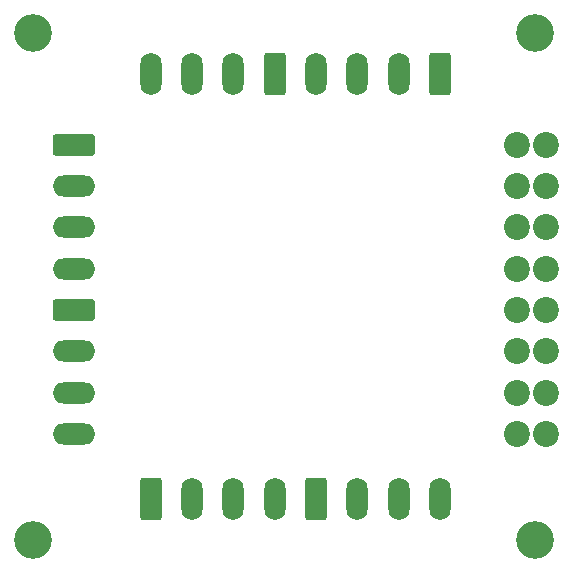
<source format=gbr>
%TF.GenerationSoftware,KiCad,Pcbnew,8.0.2*%
%TF.CreationDate,2024-09-12T21:38:04+02:00*%
%TF.ProjectId,splitX_pluggable_8p,73706c69-7458-45f7-906c-75676761626c,rev?*%
%TF.SameCoordinates,Original*%
%TF.FileFunction,Soldermask,Bot*%
%TF.FilePolarity,Negative*%
%FSLAX46Y46*%
G04 Gerber Fmt 4.6, Leading zero omitted, Abs format (unit mm)*
G04 Created by KiCad (PCBNEW 8.0.2) date 2024-09-12 21:38:04*
%MOMM*%
%LPD*%
G01*
G04 APERTURE LIST*
G04 Aperture macros list*
%AMRoundRect*
0 Rectangle with rounded corners*
0 $1 Rounding radius*
0 $2 $3 $4 $5 $6 $7 $8 $9 X,Y pos of 4 corners*
0 Add a 4 corners polygon primitive as box body*
4,1,4,$2,$3,$4,$5,$6,$7,$8,$9,$2,$3,0*
0 Add four circle primitives for the rounded corners*
1,1,$1+$1,$2,$3*
1,1,$1+$1,$4,$5*
1,1,$1+$1,$6,$7*
1,1,$1+$1,$8,$9*
0 Add four rect primitives between the rounded corners*
20,1,$1+$1,$2,$3,$4,$5,0*
20,1,$1+$1,$4,$5,$6,$7,0*
20,1,$1+$1,$6,$7,$8,$9,0*
20,1,$1+$1,$8,$9,$2,$3,0*%
G04 Aperture macros list end*
%ADD10RoundRect,0.250000X-1.550000X0.650000X-1.550000X-0.650000X1.550000X-0.650000X1.550000X0.650000X0*%
%ADD11O,3.600000X1.800000*%
%ADD12C,3.200000*%
%ADD13RoundRect,0.250000X0.650000X1.550000X-0.650000X1.550000X-0.650000X-1.550000X0.650000X-1.550000X0*%
%ADD14O,1.800000X3.600000*%
%ADD15RoundRect,0.250000X-0.650000X-1.550000X0.650000X-1.550000X0.650000X1.550000X-0.650000X1.550000X0*%
%ADD16C,2.200000*%
G04 APERTURE END LIST*
D10*
%TO.C,J42*%
X138500000Y-95000000D03*
D11*
X138500000Y-98500000D03*
X138500000Y-102000000D03*
X138500000Y-105500000D03*
%TD*%
D12*
%TO.C,REF\u002A\u002A*%
X135000000Y-128500000D03*
%TD*%
D13*
%TO.C,J21*%
X169500000Y-89000000D03*
D14*
X166000000Y-89000000D03*
X162500000Y-89000000D03*
X159000000Y-89000000D03*
%TD*%
D15*
%TO.C,J31*%
X159000000Y-125000000D03*
D14*
X162500000Y-125000000D03*
X166000000Y-125000000D03*
X169500000Y-125000000D03*
%TD*%
D15*
%TO.C,J32*%
X145000000Y-125000000D03*
D14*
X148500000Y-125000000D03*
X152000000Y-125000000D03*
X155500000Y-125000000D03*
%TD*%
D12*
%TO.C,REF\u002A\u002A*%
X177500000Y-85500000D03*
%TD*%
D16*
%TO.C,J11*%
X176000000Y-119500000D03*
X178500000Y-119500000D03*
X176000000Y-116000000D03*
X178500000Y-116000000D03*
X176000000Y-112500000D03*
X178500000Y-112500000D03*
X176000000Y-109000000D03*
X178500000Y-109000000D03*
%TD*%
D12*
%TO.C,REF\u002A\u002A*%
X135000000Y-85500000D03*
%TD*%
D13*
%TO.C,J22*%
X155500000Y-89000000D03*
D14*
X152000000Y-89000000D03*
X148500000Y-89000000D03*
X145000000Y-89000000D03*
%TD*%
D16*
%TO.C,J12*%
X176000000Y-105500000D03*
X178500000Y-105500000D03*
X176000000Y-102000000D03*
X178500000Y-102000000D03*
X176000000Y-98500000D03*
X178500000Y-98500000D03*
X176000000Y-95000000D03*
X178500000Y-95000000D03*
%TD*%
D10*
%TO.C,J41*%
X138500000Y-109000000D03*
D11*
X138500000Y-112500000D03*
X138500000Y-116000000D03*
X138500000Y-119500000D03*
%TD*%
D12*
%TO.C,REF\u002A\u002A*%
X177500000Y-128500000D03*
%TD*%
M02*

</source>
